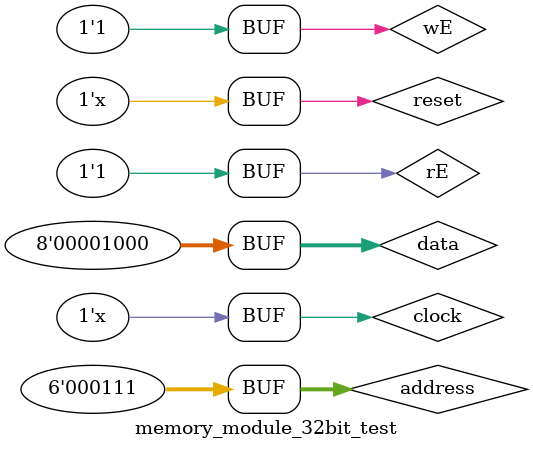
<source format=v>
`timescale 1ns / 1ps

module memory_module_32bit_test();
    reg [7:0] data;
    reg [5:0] address;
    reg reset;
    reg rE;
    reg wE;
    reg clock;
    wire [7:0] dataOut;
    
    memory_module_32bit uut(data, address, reset, rE, wE, clock, dataOut);
    
        initial begin
        data = 8'd1; address = 5'd0; rE = 0; wE = 1; reset = 0; clock = 0; #125; 
        data = 8'd2; address = 5'd1; rE = 1; wE = 0; #125;
        data = 8'd3; address = 5'd2; rE = 1; wE = 0; #125;
        data = 8'd4; address = 5'd3; rE = 0; wE = 1; #125;
        data = 8'd5; address = 5'd4; rE = 1; wE = 0; #125;
        data = 8'd6; address = 5'd5; rE = 1; wE = 1; #125;
        data = 8'd7; address = 5'd6; rE = 1; wE = 0; #125;
        data = 8'd8; address = 5'd7; rE = 1; wE = 1; #125;
    end
    
    always begin
        clock <= ~clock; #50;
    end
    
    always begin
        reset <= ~reset; #100;
    end
endmodule

</source>
